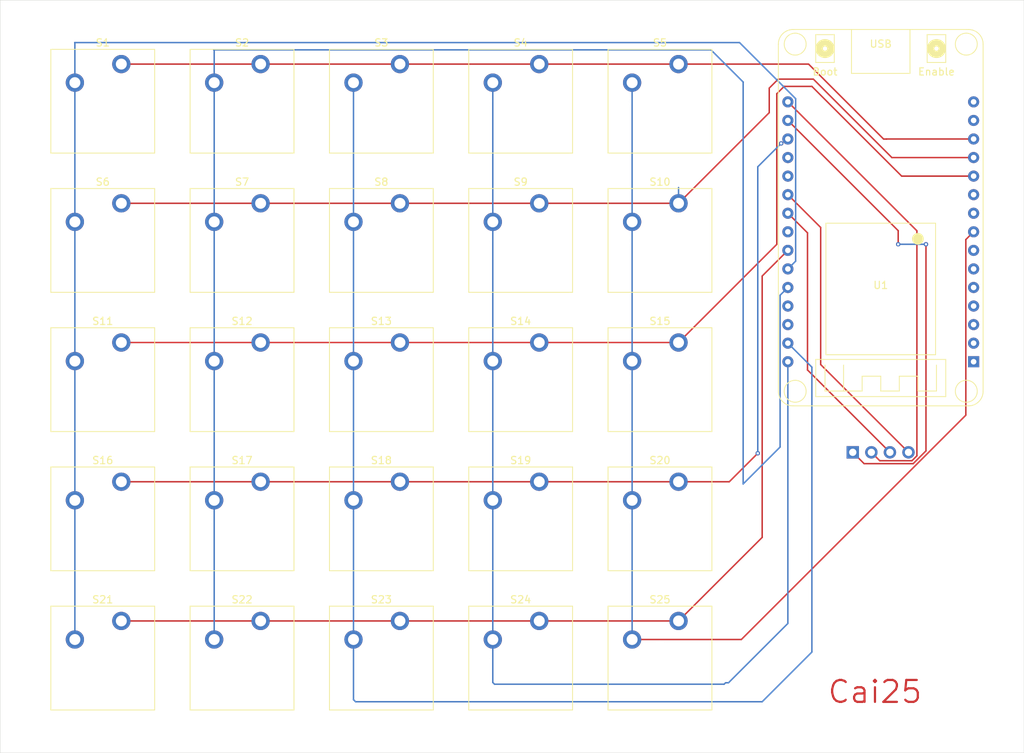
<source format=kicad_pcb>
(kicad_pcb (version 20240108) (generator "pcbnew") (generator_version "8.0")
  (layers (0 "F.Cu" signal) (31 "B.Cu" signal) (34 "B.Paste" user) (35 "F.Paste" user) (36 "B.SilkS" user "B.Silkscreen") (37 "F.SilkS" user "F.Silkscreen") (38 "B.Mask" user) (39 "F.Mask" user) (44 "Edge.Cuts" user))
  (net 0 "")
  (net 1 "Net-(J1-SDA)")
  (net 2 "Net-(J1-SCL)")
  (net 3 "Net-(J1-VCC)")
  (net 5 "Net-(J1-GND)")
  (net 10 "Row 3")
  (net 13 "Column 2")
  (net 15 "Row 4")
  (net 16 "Column 0")
  (net 17 "Row 0")
  (net 21 "Column 3")
  (net 27 "Column 1")
  (net 28 "Column 4")
  (net 29 "Row 2")
  (net 30 "Row 1")
  (footprint "ScottoKeebs_MX:MX_PCB_1.00u" (layer "F.Cu") (at 66.675 66.675)
    (property "Reference" "S7" (at 0 -8 0) (layer "F.SilkS"))
    (property "Value" "Keyswitch")
    (fp_line (start -7.1 -7.1) (end -7.1 7.1) (stroke (width 0.12)) (layer "F.SilkS"))
    (fp_line (start -7.1 7.1) (end 7.1 7.1) (stroke (width 0.12)) (layer "F.SilkS"))
    (fp_line (start 7.1 -7.1) (end -7.1 -7.1) (stroke (width 0.12)) (layer "F.SilkS"))
    (fp_line (start 7.1 7.1) (end 7.1 -7.1) (stroke (width 0.12)) (layer "F.SilkS"))
    (pad "" np_thru_hole circle (at -5.08 0) (size 1.75 1.75) (drill 1.75) (layers "*.Cu" "*.Mask"))
    (pad "" np_thru_hole circle (at 0 0) (size 4 4) (drill 4) (layers "*.Cu" "*.Mask"))
    (pad "" np_thru_hole circle (at 5.08 0) (size 1.75 1.75) (drill 1.75) (layers "*.Cu" "*.Mask"))
    (pad "1" thru_hole circle (at -3.81 -2.54) (size 2.5 2.5) (drill 1.5) (layers "*.Cu" "*.Mask") (net 27 "Column 1"))
    (pad "2" thru_hole circle (at 2.54 -5.08) (size 2.5 2.5) (drill 1.5) (layers "*.Cu" "*.Mask") (net 30 "Row 1"))
  )
  (footprint "ScottoKeebs_MX:MX_PCB_1.00u" (layer "F.Cu") (at 66.675 85.725)
    (property "Reference" "S12" (at 0 -8 0) (layer "F.SilkS"))
    (property "Value" "Keyswitch")
    (fp_line (start -7.1 -7.1) (end -7.1 7.1) (stroke (width 0.12)) (layer "F.SilkS"))
    (fp_line (start -7.1 7.1) (end 7.1 7.1) (stroke (width 0.12)) (layer "F.SilkS"))
    (fp_line (start 7.1 -7.1) (end -7.1 -7.1) (stroke (width 0.12)) (layer "F.SilkS"))
    (fp_line (start 7.1 7.1) (end 7.1 -7.1) (stroke (width 0.12)) (layer "F.SilkS"))
    (pad "" np_thru_hole circle (at -5.08 0) (size 1.75 1.75) (drill 1.75) (layers "*.Cu" "*.Mask"))
    (pad "" np_thru_hole circle (at 0 0) (size 4 4) (drill 4) (layers "*.Cu" "*.Mask"))
    (pad "" np_thru_hole circle (at 5.08 0) (size 1.75 1.75) (drill 1.75) (layers "*.Cu" "*.Mask"))
    (pad "1" thru_hole circle (at -3.81 -2.54) (size 2.5 2.5) (drill 1.5) (layers "*.Cu" "*.Mask") (net 27 "Column 1"))
    (pad "2" thru_hole circle (at 2.54 -5.08) (size 2.5 2.5) (drill 1.5) (layers "*.Cu" "*.Mask") (net 29 "Row 2"))
  )
  (footprint "ScottoKeebs_MX:MX_PCB_1.00u" (layer "F.Cu") (at 104.775 47.625)
    (property "Reference" "S4" (at 0 -8 0) (layer "F.SilkS"))
    (property "Value" "Keyswitch")
    (fp_line (start -7.1 -7.1) (end -7.1 7.1) (stroke (width 0.12)) (layer "F.SilkS"))
    (fp_line (start -7.1 7.1) (end 7.1 7.1) (stroke (width 0.12)) (layer "F.SilkS"))
    (fp_line (start 7.1 -7.1) (end -7.1 -7.1) (stroke (width 0.12)) (layer "F.SilkS"))
    (fp_line (start 7.1 7.1) (end 7.1 -7.1) (stroke (width 0.12)) (layer "F.SilkS"))
    (pad "" np_thru_hole circle (at -5.08 0) (size 1.75 1.75) (drill 1.75) (layers "*.Cu" "*.Mask"))
    (pad "" np_thru_hole circle (at 0 0) (size 4 4) (drill 4) (layers "*.Cu" "*.Mask"))
    (pad "" np_thru_hole circle (at 5.08 0) (size 1.75 1.75) (drill 1.75) (layers "*.Cu" "*.Mask"))
    (pad "1" thru_hole circle (at -3.81 -2.54) (size 2.5 2.5) (drill 1.5) (layers "*.Cu" "*.Mask") (net 21 "Column 3"))
    (pad "2" thru_hole circle (at 2.54 -5.08) (size 2.5 2.5) (drill 1.5) (layers "*.Cu" "*.Mask") (net 17 "Row 0"))
  )
  (footprint "ScottoKeebs_MX:MX_PCB_1.00u" (layer "F.Cu") (at 47.625 104.775)
    (property "Reference" "S16" (at 0 -8 0) (layer "F.SilkS"))
    (property "Value" "Keyswitch")
    (fp_line (start -7.1 -7.1) (end -7.1 7.1) (stroke (width 0.12)) (layer "F.SilkS"))
    (fp_line (start -7.1 7.1) (end 7.1 7.1) (stroke (width 0.12)) (layer "F.SilkS"))
    (fp_line (start 7.1 -7.1) (end -7.1 -7.1) (stroke (width 0.12)) (layer "F.SilkS"))
    (fp_line (start 7.1 7.1) (end 7.1 -7.1) (stroke (width 0.12)) (layer "F.SilkS"))
    (pad "" np_thru_hole circle (at -5.08 0) (size 1.75 1.75) (drill 1.75) (layers "*.Cu" "*.Mask"))
    (pad "" np_thru_hole circle (at 0 0) (size 4 4) (drill 4) (layers "*.Cu" "*.Mask"))
    (pad "" np_thru_hole circle (at 5.08 0) (size 1.75 1.75) (drill 1.75) (layers "*.Cu" "*.Mask"))
    (pad "1" thru_hole circle (at -3.81 -2.54) (size 2.5 2.5) (drill 1.5) (layers "*.Cu" "*.Mask") (net 16 "Column 0"))
    (pad "2" thru_hole circle (at 2.54 -5.08) (size 2.5 2.5) (drill 1.5) (layers "*.Cu" "*.Mask") (net 10 "Row 3"))
  )
  (footprint "ScottoKeebs_MX:MX_PCB_1.00u" (layer "F.Cu") (at 104.775 85.725)
    (property "Reference" "S14" (at 0 -8 0) (layer "F.SilkS"))
    (property "Value" "Keyswitch")
    (fp_line (start -7.1 -7.1) (end -7.1 7.1) (stroke (width 0.12)) (layer "F.SilkS"))
    (fp_line (start -7.1 7.1) (end 7.1 7.1) (stroke (width 0.12)) (layer "F.SilkS"))
    (fp_line (start 7.1 -7.1) (end -7.1 -7.1) (stroke (width 0.12)) (layer "F.SilkS"))
    (fp_line (start 7.1 7.1) (end 7.1 -7.1) (stroke (width 0.12)) (layer "F.SilkS"))
    (pad "" np_thru_hole circle (at -5.08 0) (size 1.75 1.75) (drill 1.75) (layers "*.Cu" "*.Mask"))
    (pad "" np_thru_hole circle (at 0 0) (size 4 4) (drill 4) (layers "*.Cu" "*.Mask"))
    (pad "" np_thru_hole circle (at 5.08 0) (size 1.75 1.75) (drill 1.75) (layers "*.Cu" "*.Mask"))
    (pad "1" thru_hole circle (at -3.81 -2.54) (size 2.5 2.5) (drill 1.5) (layers "*.Cu" "*.Mask") (net 21 "Column 3"))
    (pad "2" thru_hole circle (at 2.54 -5.08) (size 2.5 2.5) (drill 1.5) (layers "*.Cu" "*.Mask") (net 29 "Row 2"))
  )
  (footprint "ScottoKeebs_MX:MX_PCB_1.00u" (layer "F.Cu") (at 47.625 123.825)
    (property "Reference" "S21" (at 0 -8 0) (layer "F.SilkS"))
    (property "Value" "Keyswitch")
    (fp_line (start -7.1 -7.1) (end -7.1 7.1) (stroke (width 0.12)) (layer "F.SilkS"))
    (fp_line (start -7.1 7.1) (end 7.1 7.1) (stroke (width 0.12)) (layer "F.SilkS"))
    (fp_line (start 7.1 -7.1) (end -7.1 -7.1) (stroke (width 0.12)) (layer "F.SilkS"))
    (fp_line (start 7.1 7.1) (end 7.1 -7.1) (stroke (width 0.12)) (layer "F.SilkS"))
    (pad "" np_thru_hole circle (at -5.08 0) (size 1.75 1.75) (drill 1.75) (layers "*.Cu" "*.Mask"))
    (pad "" np_thru_hole circle (at 0 0) (size 4 4) (drill 4) (layers "*.Cu" "*.Mask"))
    (pad "" np_thru_hole circle (at 5.08 0) (size 1.75 1.75) (drill 1.75) (layers "*.Cu" "*.Mask"))
    (pad "1" thru_hole circle (at -3.81 -2.54) (size 2.5 2.5) (drill 1.5) (layers "*.Cu" "*.Mask") (net 16 "Column 0"))
    (pad "2" thru_hole circle (at 2.54 -5.08) (size 2.5 2.5) (drill 1.5) (layers "*.Cu" "*.Mask") (net 15 "Row 4"))
  )
  (footprint "ScottoKeebs_MX:MX_PCB_1.00u" (layer "F.Cu") (at 123.825 47.625)
    (property "Reference" "S5" (at 0 -8 0) (layer "F.SilkS"))
    (property "Value" "Keyswitch")
    (fp_line (start -7.1 -7.1) (end -7.1 7.1) (stroke (width 0.12)) (layer "F.SilkS"))
    (fp_line (start -7.1 7.1) (end 7.1 7.1) (stroke (width 0.12)) (layer "F.SilkS"))
    (fp_line (start 7.1 -7.1) (end -7.1 -7.1) (stroke (width 0.12)) (layer "F.SilkS"))
    (fp_line (start 7.1 7.1) (end 7.1 -7.1) (stroke (width 0.12)) (layer "F.SilkS"))
    (pad "" np_thru_hole circle (at -5.08 0) (size 1.75 1.75) (drill 1.75) (layers "*.Cu" "*.Mask"))
    (pad "" np_thru_hole circle (at 0 0) (size 4 4) (drill 4) (layers "*.Cu" "*.Mask"))
    (pad "" np_thru_hole circle (at 5.08 0) (size 1.75 1.75) (drill 1.75) (layers "*.Cu" "*.Mask"))
    (pad "1" thru_hole circle (at -3.81 -2.54) (size 2.5 2.5) (drill 1.5) (layers "*.Cu" "*.Mask") (net 28 "Column 4"))
    (pad "2" thru_hole circle (at 2.54 -5.08) (size 2.5 2.5) (drill 1.5) (layers "*.Cu" "*.Mask") (net 17 "Row 0"))
  )
  (footprint "ScottoKeebs_MX:MX_PCB_1.00u" (layer "F.Cu") (at 85.725 47.625)
    (property "Reference" "S3" (at 0 -8 0) (layer "F.SilkS"))
    (property "Value" "Keyswitch")
    (fp_line (start -7.1 -7.1) (end -7.1 7.1) (stroke (width 0.12)) (layer "F.SilkS"))
    (fp_line (start -7.1 7.1) (end 7.1 7.1) (stroke (width 0.12)) (layer "F.SilkS"))
    (fp_line (start 7.1 -7.1) (end -7.1 -7.1) (stroke (width 0.12)) (layer "F.SilkS"))
    (fp_line (start 7.1 7.1) (end 7.1 -7.1) (stroke (width 0.12)) (layer "F.SilkS"))
    (pad "" np_thru_hole circle (at -5.08 0) (size 1.75 1.75) (drill 1.75) (layers "*.Cu" "*.Mask"))
    (pad "" np_thru_hole circle (at 0 0) (size 4 4) (drill 4) (layers "*.Cu" "*.Mask"))
    (pad "" np_thru_hole circle (at 5.08 0) (size 1.75 1.75) (drill 1.75) (layers "*.Cu" "*.Mask"))
    (pad "1" thru_hole circle (at -3.81 -2.54) (size 2.5 2.5) (drill 1.5) (layers "*.Cu" "*.Mask") (net 13 "Column 2"))
    (pad "2" thru_hole circle (at 2.54 -5.08) (size 2.5 2.5) (drill 1.5) (layers "*.Cu" "*.Mask") (net 17 "Row 0"))
  )
  (footprint "ScottoKeebs_MX:MX_PCB_1.00u" (layer "F.Cu") (at 47.625 47.625)
    (property "Reference" "S1" (at 0 -8 0) (layer "F.SilkS"))
    (property "Value" "Keyswitch")
    (fp_line (start -7.1 -7.1) (end -7.1 7.1) (stroke (width 0.12)) (layer "F.SilkS"))
    (fp_line (start -7.1 7.1) (end 7.1 7.1) (stroke (width 0.12)) (layer "F.SilkS"))
    (fp_line (start 7.1 -7.1) (end -7.1 -7.1) (stroke (width 0.12)) (layer "F.SilkS"))
    (fp_line (start 7.1 7.1) (end 7.1 -7.1) (stroke (width 0.12)) (layer "F.SilkS"))
    (pad "" np_thru_hole circle (at -5.08 0) (size 1.75 1.75) (drill 1.75) (layers "*.Cu" "*.Mask"))
    (pad "" np_thru_hole circle (at 0 0) (size 4 4) (drill 4) (layers "*.Cu" "*.Mask"))
    (pad "" np_thru_hole circle (at 5.08 0) (size 1.75 1.75) (drill 1.75) (layers "*.Cu" "*.Mask"))
    (pad "1" thru_hole circle (at -3.81 -2.54) (size 2.5 2.5) (drill 1.5) (layers "*.Cu" "*.Mask") (net 16 "Column 0"))
    (pad "2" thru_hole circle (at 2.54 -5.08) (size 2.5 2.5) (drill 1.5) (layers "*.Cu" "*.Mask") (net 17 "Row 0"))
  )
  (footprint "ScottoKeebs_MX:MX_PCB_1.00u" (layer "F.Cu") (at 85.725 85.725)
    (property "Reference" "S13" (at 0 -8 0) (layer "F.SilkS"))
    (property "Value" "Keyswitch")
    (fp_line (start -7.1 -7.1) (end -7.1 7.1) (stroke (width 0.12)) (layer "F.SilkS"))
    (fp_line (start -7.1 7.1) (end 7.1 7.1) (stroke (width 0.12)) (layer "F.SilkS"))
    (fp_line (start 7.1 -7.1) (end -7.1 -7.1) (stroke (width 0.12)) (layer "F.SilkS"))
    (fp_line (start 7.1 7.1) (end 7.1 -7.1) (stroke (width 0.12)) (layer "F.SilkS"))
    (pad "" np_thru_hole circle (at -5.08 0) (size 1.75 1.75) (drill 1.75) (layers "*.Cu" "*.Mask"))
    (pad "" np_thru_hole circle (at 0 0) (size 4 4) (drill 4) (layers "*.Cu" "*.Mask"))
    (pad "" np_thru_hole circle (at 5.08 0) (size 1.75 1.75) (drill 1.75) (layers "*.Cu" "*.Mask"))
    (pad "1" thru_hole circle (at -3.81 -2.54) (size 2.5 2.5) (drill 1.5) (layers "*.Cu" "*.Mask") (net 13 "Column 2"))
    (pad "2" thru_hole circle (at 2.54 -5.08) (size 2.5 2.5) (drill 1.5) (layers "*.Cu" "*.Mask") (net 29 "Row 2"))
  )
  (footprint "ScottoKeebs_MX:MX_PCB_1.00u" (layer "F.Cu") (at 47.625 85.725)
    (property "Reference" "S11" (at 0 -8 0) (layer "F.SilkS"))
    (property "Value" "Keyswitch")
    (fp_line (start -7.1 -7.1) (end -7.1 7.1) (stroke (width 0.12)) (layer "F.SilkS"))
    (fp_line (start -7.1 7.1) (end 7.1 7.1) (stroke (width 0.12)) (layer "F.SilkS"))
    (fp_line (start 7.1 -7.1) (end -7.1 -7.1) (stroke (width 0.12)) (layer "F.SilkS"))
    (fp_line (start 7.1 7.1) (end 7.1 -7.1) (stroke (width 0.12)) (layer "F.SilkS"))
    (pad "" np_thru_hole circle (at -5.08 0) (size 1.75 1.75) (drill 1.75) (layers "*.Cu" "*.Mask"))
    (pad "" np_thru_hole circle (at 0 0) (size 4 4) (drill 4) (layers "*.Cu" "*.Mask"))
    (pad "" np_thru_hole circle (at 5.08 0) (size 1.75 1.75) (drill 1.75) (layers "*.Cu" "*.Mask"))
    (pad "1" thru_hole circle (at -3.81 -2.54) (size 2.5 2.5) (drill 1.5) (layers "*.Cu" "*.Mask") (net 16 "Column 0"))
    (pad "2" thru_hole circle (at 2.54 -5.08) (size 2.5 2.5) (drill 1.5) (layers "*.Cu" "*.Mask") (net 29 "Row 2"))
  )
  (footprint "ScottoKeebs_MX:MX_PCB_1.00u" (layer "F.Cu") (at 66.675 123.825)
    (property "Reference" "S22" (at 0 -8 0) (layer "F.SilkS"))
    (property "Value" "Keyswitch")
    (fp_line (start -7.1 -7.1) (end -7.1 7.1) (stroke (width 0.12)) (layer "F.SilkS"))
    (fp_line (start -7.1 7.1) (end 7.1 7.1) (stroke (width 0.12)) (layer "F.SilkS"))
    (fp_line (start 7.1 -7.1) (end -7.1 -7.1) (stroke (width 0.12)) (layer "F.SilkS"))
    (fp_line (start 7.1 7.1) (end 7.1 -7.1) (stroke (width 0.12)) (layer "F.SilkS"))
    (pad "" np_thru_hole circle (at -5.08 0) (size 1.75 1.75) (drill 1.75) (layers "*.Cu" "*.Mask"))
    (pad "" np_thru_hole circle (at 0 0) (size 4 4) (drill 4) (layers "*.Cu" "*.Mask"))
    (pad "" np_thru_hole circle (at 5.08 0) (size 1.75 1.75) (drill 1.75) (layers "*.Cu" "*.Mask"))
    (pad "1" thru_hole circle (at -3.81 -2.54) (size 2.5 2.5) (drill 1.5) (layers "*.Cu" "*.Mask") (net 27 "Column 1"))
    (pad "2" thru_hole circle (at 2.54 -5.08) (size 2.5 2.5) (drill 1.5) (layers "*.Cu" "*.Mask") (net 15 "Row 4"))
  )
  (footprint "ScottoKeebs_MX:MX_PCB_1.00u" (layer "F.Cu") (at 66.675 104.775)
    (property "Reference" "S17" (at 0 -8 0) (layer "F.SilkS"))
    (property "Value" "Keyswitch")
    (fp_line (start -7.1 -7.1) (end -7.1 7.1) (stroke (width 0.12)) (layer "F.SilkS"))
    (fp_line (start -7.1 7.1) (end 7.1 7.1) (stroke (width 0.12)) (layer "F.SilkS"))
    (fp_line (start 7.1 -7.1) (end -7.1 -7.1) (stroke (width 0.12)) (layer "F.SilkS"))
    (fp_line (start 7.1 7.1) (end 7.1 -7.1) (stroke (width 0.12)) (layer "F.SilkS"))
    (pad "" np_thru_hole circle (at -5.08 0) (size 1.75 1.75) (drill 1.75) (layers "*.Cu" "*.Mask"))
    (pad "" np_thru_hole circle (at 0 0) (size 4 4) (drill 4) (layers "*.Cu" "*.Mask"))
    (pad "" np_thru_hole circle (at 5.08 0) (size 1.75 1.75) (drill 1.75) (layers "*.Cu" "*.Mask"))
    (pad "1" thru_hole circle (at -3.81 -2.54) (size 2.5 2.5) (drill 1.5) (layers "*.Cu" "*.Mask") (net 27 "Column 1"))
    (pad "2" thru_hole circle (at 2.54 -5.08) (size 2.5 2.5) (drill 1.5) (layers "*.Cu" "*.Mask") (net 10 "Row 3"))
  )
  (footprint "ScottoKeebs_MX:MX_PCB_1.00u" (layer "F.Cu") (at 66.675 47.625)
    (property "Reference" "S2" (at 0 -8 0) (layer "F.SilkS"))
    (property "Value" "Keyswitch")
    (fp_line (start -7.1 -7.1) (end -7.1 7.1) (stroke (width 0.12)) (layer "F.SilkS"))
    (fp_line (start -7.1 7.1) (end 7.1 7.1) (stroke (width 0.12)) (layer "F.SilkS"))
    (fp_line (start 7.1 -7.1) (end -7.1 -7.1) (stroke (width 0.12)) (layer "F.SilkS"))
    (fp_line (start 7.1 7.1) (end 7.1 -7.1) (stroke (width 0.12)) (layer "F.SilkS"))
    (pad "" np_thru_hole circle (at -5.08 0) (size 1.75 1.75) (drill 1.75) (layers "*.Cu" "*.Mask"))
    (pad "" np_thru_hole circle (at 0 0) (size 4 4) (drill 4) (layers "*.Cu" "*.Mask"))
    (pad "" np_thru_hole circle (at 5.08 0) (size 1.75 1.75) (drill 1.75) (layers "*.Cu" "*.Mask"))
    (pad "1" thru_hole circle (at -3.81 -2.54) (size 2.5 2.5) (drill 1.5) (layers "*.Cu" "*.Mask") (net 27 "Column 1"))
    (pad "2" thru_hole circle (at 2.54 -5.08) (size 2.5 2.5) (drill 1.5) (layers "*.Cu" "*.Mask") (net 17 "Row 0"))
  )
  (footprint "ScottoKeebs_MX:MX_PCB_1.00u" (layer "F.Cu") (at 104.775 123.825)
    (property "Reference" "S24" (at 0 -8 0) (layer "F.SilkS"))
    (property "Value" "Keyswitch")
    (fp_line (start -7.1 -7.1) (end -7.1 7.1) (stroke (width 0.12)) (layer "F.SilkS"))
    (fp_line (start -7.1 7.1) (end 7.1 7.1) (stroke (width 0.12)) (layer "F.SilkS"))
    (fp_line (start 7.1 -7.1) (end -7.1 -7.1) (stroke (width 0.12)) (layer "F.SilkS"))
    (fp_line (start 7.1 7.1) (end 7.1 -7.1) (stroke (width 0.12)) (layer "F.SilkS"))
    (pad "" np_thru_hole circle (at -5.08 0) (size 1.75 1.75) (drill 1.75) (layers "*.Cu" "*.Mask"))
    (pad "" np_thru_hole circle (at 0 0) (size 4 4) (drill 4) (layers "*.Cu" "*.Mask"))
    (pad "" np_thru_hole circle (at 5.08 0) (size 1.75 1.75) (drill 1.75) (layers "*.Cu" "*.Mask"))
    (pad "1" thru_hole circle (at -3.81 -2.54) (size 2.5 2.5) (drill 1.5) (layers "*.Cu" "*.Mask") (net 21 "Column 3"))
    (pad "2" thru_hole circle (at 2.54 -5.08) (size 2.5 2.5) (drill 1.5) (layers "*.Cu" "*.Mask") (net 15 "Row 4"))
  )
  (footprint "ScottoKeebs_MX:MX_PCB_1.00u" (layer "F.Cu") (at 104.775 66.675)
    (property "Reference" "S9" (at 0 -8 0) (layer "F.SilkS"))
    (property "Value" "Keyswitch")
    (fp_line (start -7.1 -7.1) (end -7.1 7.1) (stroke (width 0.12)) (layer "F.SilkS"))
    (fp_line (start -7.1 7.1) (end 7.1 7.1) (stroke (width 0.12)) (layer "F.SilkS"))
    (fp_line (start 7.1 -7.1) (end -7.1 -7.1) (stroke (width 0.12)) (layer "F.SilkS"))
    (fp_line (start 7.1 7.1) (end 7.1 -7.1) (stroke (width 0.12)) (layer "F.SilkS"))
    (pad "" np_thru_hole circle (at -5.08 0) (size 1.75 1.75) (drill 1.75) (layers "*.Cu" "*.Mask"))
    (pad "" np_thru_hole circle (at 0 0) (size 4 4) (drill 4) (layers "*.Cu" "*.Mask"))
    (pad "" np_thru_hole circle (at 5.08 0) (size 1.75 1.75) (drill 1.75) (layers "*.Cu" "*.Mask"))
    (pad "1" thru_hole circle (at -3.81 -2.54) (size 2.5 2.5) (drill 1.5) (layers "*.Cu" "*.Mask") (net 21 "Column 3"))
    (pad "2" thru_hole circle (at 2.54 -5.08) (size 2.5 2.5) (drill 1.5) (layers "*.Cu" "*.Mask") (net 30 "Row 1"))
  )
  (footprint "ScottoKeebs_MX:MX_PCB_1.00u" (layer "F.Cu") (at 123.825 104.775)
    (property "Reference" "S20" (at 0 -8 0) (layer "F.SilkS"))
    (property "Value" "Keyswitch")
    (fp_line (start -7.1 -7.1) (end -7.1 7.1) (stroke (width 0.12)) (layer "F.SilkS"))
    (fp_line (start -7.1 7.1) (end 7.1 7.1) (stroke (width 0.12)) (layer "F.SilkS"))
    (fp_line (start 7.1 -7.1) (end -7.1 -7.1) (stroke (width 0.12)) (layer "F.SilkS"))
    (fp_line (start 7.1 7.1) (end 7.1 -7.1) (stroke (width 0.12)) (layer "F.SilkS"))
    (pad "" np_thru_hole circle (at -5.08 0) (size 1.75 1.75) (drill 1.75) (layers "*.Cu" "*.Mask"))
    (pad "" np_thru_hole circle (at 0 0) (size 4 4) (drill 4) (layers "*.Cu" "*.Mask"))
    (pad "" np_thru_hole circle (at 5.08 0) (size 1.75 1.75) (drill 1.75) (layers "*.Cu" "*.Mask"))
    (pad "1" thru_hole circle (at -3.81 -2.54) (size 2.5 2.5) (drill 1.5) (layers "*.Cu" "*.Mask") (net 28 "Column 4"))
    (pad "2" thru_hole circle (at 2.54 -5.08) (size 2.5 2.5) (drill 1.5) (layers "*.Cu" "*.Mask") (net 10 "Row 3"))
  )
  (footprint "ScottoKeebs_MX:MX_PCB_1.00u" (layer "F.Cu") (at 85.725 104.775)
    (property "Reference" "S18" (at 0 -8 0) (layer "F.SilkS"))
    (property "Value" "Keyswitch")
    (fp_line (start -7.1 -7.1) (end -7.1 7.1) (stroke (width 0.12)) (layer "F.SilkS"))
    (fp_line (start -7.1 7.1) (end 7.1 7.1) (stroke (width 0.12)) (layer "F.SilkS"))
    (fp_line (start 7.1 -7.1) (end -7.1 -7.1) (stroke (width 0.12)) (layer "F.SilkS"))
    (fp_line (start 7.1 7.1) (end 7.1 -7.1) (stroke (width 0.12)) (layer "F.SilkS"))
    (pad "" np_thru_hole circle (at -5.08 0) (size 1.75 1.75) (drill 1.75) (layers "*.Cu" "*.Mask"))
    (pad "" np_thru_hole circle (at 0 0) (size 4 4) (drill 4) (layers "*.Cu" "*.Mask"))
    (pad "" np_thru_hole circle (at 5.08 0) (size 1.75 1.75) (drill 1.75) (layers "*.Cu" "*.Mask"))
    (pad "1" thru_hole circle (at -3.81 -2.54) (size 2.5 2.5) (drill 1.5) (layers "*.Cu" "*.Mask") (net 13 "Column 2"))
    (pad "2" thru_hole circle (at 2.54 -5.08) (size 2.5 2.5) (drill 1.5) (layers "*.Cu" "*.Mask") (net 10 "Row 3"))
  )
  (footprint "ScottoKeebs_MX:MX_PCB_1.00u" (layer "F.Cu") (at 123.825 123.825)
    (property "Reference" "S25" (at 0 -8 0) (layer "F.SilkS"))
    (property "Value" "Keyswitch")
    (fp_line (start -7.1 -7.1) (end -7.1 7.1) (stroke (width 0.12)) (layer "F.SilkS"))
    (fp_line (start -7.1 7.1) (end 7.1 7.1) (stroke (width 0.12)) (layer "F.SilkS"))
    (fp_line (start 7.1 -7.1) (end -7.1 -7.1) (stroke (width 0.12)) (layer "F.SilkS"))
    (fp_line (start 7.1 7.1) (end 7.1 -7.1) (stroke (width 0.12)) (layer "F.SilkS"))
    (pad "" np_thru_hole circle (at -5.08 0) (size 1.75 1.75) (drill 1.75) (layers "*.Cu" "*.Mask"))
    (pad "" np_thru_hole circle (at 0 0) (size 4 4) (drill 4) (layers "*.Cu" "*.Mask"))
    (pad "" np_thru_hole circle (at 5.08 0) (size 1.75 1.75) (drill 1.75) (layers "*.Cu" "*.Mask"))
    (pad "1" thru_hole circle (at -3.81 -2.54) (size 2.5 2.5) (drill 1.5) (layers "*.Cu" "*.Mask") (net 28 "Column 4"))
    (pad "2" thru_hole circle (at 2.54 -5.08) (size 2.5 2.5) (drill 1.5) (layers "*.Cu" "*.Mask") (net 15 "Row 4"))
  )
  (footprint "ScottoKeebs_MX:MX_PCB_1.00u" (layer "F.Cu") (at 85.725 66.675)
    (property "Reference" "S8" (at 0 -8 0) (layer "F.SilkS"))
    (property "Value" "Keyswitch")
    (fp_line (start -7.1 -7.1) (end -7.1 7.1) (stroke (width 0.12)) (layer "F.SilkS"))
    (fp_line (start -7.1 7.1) (end 7.1 7.1) (stroke (width 0.12)) (layer "F.SilkS"))
    (fp_line (start 7.1 -7.1) (end -7.1 -7.1) (stroke (width 0.12)) (layer "F.SilkS"))
    (fp_line (start 7.1 7.1) (end 7.1 -7.1) (stroke (width 0.12)) (layer "F.SilkS"))
    (pad "" np_thru_hole circle (at -5.08 0) (size 1.75 1.75) (drill 1.75) (layers "*.Cu" "*.Mask"))
    (pad "" np_thru_hole circle (at 0 0) (size 4 4) (drill 4) (layers "*.Cu" "*.Mask"))
    (pad "" np_thru_hole circle (at 5.08 0) (size 1.75 1.75) (drill 1.75) (layers "*.Cu" "*.Mask"))
    (pad "1" thru_hole circle (at -3.81 -2.54) (size 2.5 2.5) (drill 1.5) (layers "*.Cu" "*.Mask") (net 13 "Column 2"))
    (pad "2" thru_hole circle (at 2.54 -5.08) (size 2.5 2.5) (drill 1.5) (layers "*.Cu" "*.Mask") (net 30 "Row 1"))
  )
  (footprint "ScottoKeebs_MX:MX_PCB_1.00u" (layer "F.Cu") (at 85.725 123.825)
    (property "Reference" "S23" (at 0 -8 0) (layer "F.SilkS"))
    (property "Value" "Keyswitch")
    (fp_line (start -7.1 -7.1) (end -7.1 7.1) (stroke (width 0.12)) (layer "F.SilkS"))
    (fp_line (start -7.1 7.1) (end 7.1 7.1) (stroke (width 0.12)) (layer "F.SilkS"))
    (fp_line (start 7.1 -7.1) (end -7.1 -7.1) (stroke (width 0.12)) (layer "F.SilkS"))
    (fp_line (start 7.1 7.1) (end 7.1 -7.1) (stroke (width 0.12)) (layer "F.SilkS"))
    (pad "" np_thru_hole circle (at -5.08 0) (size 1.75 1.75) (drill 1.75) (layers "*.Cu" "*.Mask"))
    (pad "" np_thru_hole circle (at 0 0) (size 4 4) (drill 4) (layers "*.Cu" "*.Mask"))
    (pad "" np_thru_hole circle (at 5.08 0) (size 1.75 1.75) (drill 1.75) (layers "*.Cu" "*.Mask"))
    (pad "1" thru_hole circle (at -3.81 -2.54) (size 2.5 2.5) (drill 1.5) (layers "*.Cu" "*.Mask") (net 13 "Column 2"))
    (pad "2" thru_hole circle (at 2.54 -5.08) (size 2.5 2.5) (drill 1.5) (layers "*.Cu" "*.Mask") (net 15 "Row 4"))
  )
  (footprint "ESP32_DevKit_V1_DOIT:esp32_devkit_v1_doit" (layer "F.Cu") (at 154.014214 83.274214 180)
    (property "Reference" "U1" (at 0 10.47 0) (layer "F.SilkS"))
    (property "Value" "ESP32_DevKit_V1_DOIT")
    (fp_line (start 14 43.46) (end 14 -4.04) (stroke (width 0.12)) (layer "F.SilkS"))
    (fp_line (start 8.89 44.76) (end 6.35 44.76) (stroke (width 0.12)) (layer "F.SilkS"))
    (fp_line (start 8.89 40.95) (end 8.89 44.76) (stroke (width 0.12)) (layer "F.SilkS"))
    (fp_line (start 8.89 0.31) (end -8.89 0.31) (stroke (width 0.12)) (layer "F.SilkS"))
    (fp_line (start 8.89 -4.77) (end 8.89 0.31) (stroke (width 0.12)) (layer "F.SilkS"))
    (fp_line (start 7.62 -4.008) (end 7.62 -0.452) (stroke (width 0.12)) (layer "F.SilkS"))
    (fp_line (start 7.5 18.96) (end -7.5 18.96) (stroke (width 0.12)) (layer "F.SilkS"))
    (fp_line (start 7.5 0.96) (end 7.5 18.96) (stroke (width 0.12)) (layer "F.SilkS"))
    (fp_line (start 6.35 44.76) (end 6.35 40.95) (stroke (width 0.12)) (layer "F.SilkS"))
    (fp_line (start 6.35 40.95) (end 8.89 40.95) (stroke (width 0.12)) (layer "F.SilkS"))
    (fp_line (start 5.08 -4.008) (end 5.08 -0.452) (stroke (width 0.12)) (layer "F.SilkS"))
    (fp_line (start 4 39.46) (end 4 45.46) (stroke (width 0.12)) (layer "F.SilkS"))
    (fp_line (start 2.54 -1.976) (end 2.54 -4.008) (stroke (width 0.12)) (layer "F.SilkS"))
    (fp_line (start 2.54 -4.008) (end 7.62 -4.008) (stroke (width 0.12)) (layer "F.SilkS"))
    (fp_line (start 0 -1.976) (end 2.54 -1.976) (stroke (width 0.12)) (layer "F.SilkS"))
    (fp_line (start 0 -4.008) (end 0 -1.976) (stroke (width 0.12)) (layer "F.SilkS"))
    (fp_line (start -2.54 -1.976) (end -2.54 -4.008) (stroke (width 0.12)) (layer "F.SilkS"))
    (fp_line (start -2.54 -4.008) (end 0 -4.008) (stroke (width 0.12)) (layer "F.SilkS"))
    (fp_line (start -4 39.46) (end 4 39.46) (stroke (width 0.12)) (layer "F.SilkS"))
    (fp_line (start -4 39.46) (end -4 45.46) (stroke (width 0.12)) (layer "F.SilkS"))
    (fp_line (start -5.08 -1.976) (end -2.54 -1.976) (stroke (width 0.12)) (layer "F.SilkS"))
    (fp_line (start -5.08 -4.008) (end -5.08 -1.976) (stroke (width 0.12)) (layer "F.SilkS"))
    (fp_line (start -6.35 44.76) (end -8.89 44.76) (stroke (width 0.12)) (layer "F.SilkS"))
    (fp_line (start -6.35 40.95) (end -6.35 44.76) (stroke (width 0.12)) (layer "F.SilkS"))
    (fp_line (start -7.5 18.96) (end -7.5 0.96) (stroke (width 0.12)) (layer "F.SilkS"))
    (fp_line (start -7.5 0.96) (end 7.5 0.96) (stroke (width 0.12)) (layer "F.SilkS"))
    (fp_line (start -7.62 -0.452) (end -7.62 -4.008) (stroke (width 0.12)) (layer "F.SilkS"))
    (fp_line (start -7.62 -4.008) (end -5.08 -4.008) (stroke (width 0.12)) (layer "F.SilkS"))
    (fp_line (start -8.89 44.76) (end -8.89 40.95) (stroke (width 0.12)) (layer "F.SilkS"))
    (fp_line (start -8.89 40.95) (end -6.35 40.95) (stroke (width 0.12)) (layer "F.SilkS"))
    (fp_line (start -8.89 0.31) (end -8.89 -4.77) (stroke (width 0.12)) (layer "F.SilkS"))
    (fp_line (start -8.89 -4.77) (end 8.89 -4.77) (stroke (width 0.12)) (layer "F.SilkS"))
    (fp_line (start -12 45.46) (end 12 45.46) (stroke (width 0.12)) (layer "F.SilkS"))
    (fp_line (start -12 -6.04) (end 12 -6.04) (stroke (width 0.12)) (layer "F.SilkS"))
    (fp_line (start -14 -4.04) (end -14 43.46) (stroke (width 0.12)) (layer "F.SilkS"))
    (fp_arc (start 14 43.46) (mid 13.414214 44.874214) (end 12 45.46) (stroke (width 0.12)) (layer "F.SilkS"))
    (fp_arc (start 12 -6.04) (mid 13.414214 -5.454214) (end 14 -4.04) (stroke (width 0.12)) (layer "F.SilkS"))
    (fp_arc (start -12 45.46) (mid -13.414214 44.874214) (end -14 43.46) (stroke (width 0.12)) (layer "F.SilkS"))
    (fp_arc (start -14 -4.04) (mid -13.414214 -5.454214) (end -12 -6.04) (stroke (width 0.12)) (layer "F.SilkS"))
    (fp_circle (center 11.7 43.46) (end 13.2 43.46) (stroke (width 0.12)) (fill none) (layer "F.SilkS"))
    (fp_circle (center 11.7 -4.04) (end 13.2 -4.04) (stroke (width 0.12)) (fill none) (layer "F.SilkS"))
    (fp_circle (center 7.62 42.855) (end 7.92 42.855) (stroke (width 1)) (fill none) (layer "F.SilkS"))
    (fp_circle (center -5.08 16.82) (end -4.68 16.82) (stroke (width 0.8)) (fill none) (layer "F.SilkS"))
    (fp_circle (center -7.62 42.855) (end -7.32 42.855) (stroke (width 1)) (fill none) (layer "F.SilkS"))
    (fp_circle (center -11.7 43.46) (end -10.2 43.46) (stroke (width 0.12)) (fill none) (layer "F.SilkS"))
    (fp_circle (center -11.7 -4.04) (end -10.2 -4.04) (stroke (width 0.12)) (fill none) (layer "F.SilkS"))
    (fp_text user "Enable" (at -7.62 39.68 0) (layer "F.SilkS"))
    (fp_text user "Boot" (at 7.62 39.68 0) (layer "F.SilkS"))
    (fp_text user "USB" (at 0 43.49 0) (layer "F.SilkS"))
    (pad "1" thru_hole rect (at -12.7 0 180) (size 1.524 1.524) (drill 0.762) (layers "*.Cu" "*.Mask"))
    (pad "2" thru_hole circle (at -12.7 2.54 180) (size 1.524 1.524) (drill 0.762) (layers "*.Cu" "*.Mask"))
    (pad "3" thru_hole circle (at -12.7 5.08 180) (size 1.524 1.524) (drill 0.762) (layers "*.Cu" "*.Mask"))
    (pad "4" thru_hole circle (at -12.7 7.62 180) (size 1.524 1.524) (drill 0.762) (layers "*.Cu" "*.Mask"))
    (pad "5" thru_hole circle (at -12.7 10.16 180) (size 1.524 1.524) (drill 0.762) (layers "*.Cu" "*.Mask"))
    (pad "6" thru_hole circle (at -12.7 12.7 180) (size 1.524 1.524) (drill 0.762) (layers "*.Cu" "*.Mask"))
    (pad "7" thru_hole circle (at -12.7 15.24 180) (size 1.524 1.524) (drill 0.762) (layers "*.Cu" "*.Mask"))
    (pad "8" thru_hole circle (at -12.7 17.78 180) (size 1.524 1.524) (drill 0.762) (layers "*.Cu" "*.Mask") (net 28 "Column 4"))
    (pad "9" thru_hole circle (at -12.7 20.32 180) (size 1.524 1.524) (drill 0.762) (layers "*.Cu" "*.Mask"))
    (pad "10" thru_hole circle (at -12.7 22.86 180) (size 1.524 1.524) (drill 0.762) (layers "*.Cu" "*.Mask"))
    (pad "11" thru_hole circle (at -12.7 25.4 180) (size 1.524 1.524) (drill 0.762) (layers "*.Cu" "*.Mask") (net 29 "Row 2"))
    (pad "12" thru_hole circle (at -12.7 27.94 180) (size 1.524 1.524) (drill 0.762) (layers "*.Cu" "*.Mask") (net 30 "Row 1"))
    (pad "13" thru_hole circle (at -12.7 30.48 180) (size 1.524 1.524) (drill 0.762) (layers "*.Cu" "*.Mask") (net 17 "Row 0"))
    (pad "14" thru_hole circle (at -12.7 33.02 180) (size 1.524 1.524) (drill 0.762) (layers "*.Cu" "*.Mask"))
    (pad "15" thru_hole circle (at -12.7 35.56 180) (size 1.524 1.524) (drill 0.762) (layers "*.Cu" "*.Mask"))
    (pad "16" thru_hole circle (at 12.7 35.56 180) (size 1.524 1.524) (drill 0.762) (layers "*.Cu" "*.Mask") (net 3 "Net-(J1-VCC)"))
    (pad "17" thru_hole circle (at 12.7 33.02 180) (size 1.524 1.524) (drill 0.762) (layers "*.Cu" "*.Mask") (net 5 "Net-(J1-GND)"))
    (pad "18" thru_hole circle (at 12.7 30.48 180) (size 1.524 1.524) (drill 0.762) (layers "*.Cu" "*.Mask") (net 10 "Row 3"))
    (pad "19" thru_hole circle (at 12.7 27.94 180) (size 1.524 1.524) (drill 0.762) (layers "*.Cu" "*.Mask"))
    (pad "20" thru_hole circle (at 12.7 25.4 180) (size 1.524 1.524) (drill 0.762) (layers "*.Cu" "*.Mask"))
    (pad "21" thru_hole circle (at 12.7 22.86 180) (size 1.524 1.524) (drill 0.762) (layers "*.Cu" "*.Mask") (net 1 "Net-(J1-SDA)"))
    (pad "22" thru_hole circle (at 12.7 20.32 180) (size 1.524 1.524) (drill 0.762) (layers "*.Cu" "*.Mask") (net 2 "Net-(J1-SCL)"))
    (pad "23" thru_hole circle (at 12.7 17.78 180) (size 1.524 1.524) (drill 0.762) (layers "*.Cu" "*.Mask"))
    (pad "24" thru_hole circle (at 12.7 15.24 180) (size 1.524 1.524) (drill 0.762) (layers "*.Cu" "*.Mask") (net 15 "Row 4"))
    (pad "25" thru_hole circle (at 12.7 12.7 180) (size 1.524 1.524) (drill 0.762) (layers "*.Cu" "*.Mask") (net 16 "Column 0"))
    (pad "26" thru_hole circle (at 12.7 10.16 180) (size 1.524 1.524) (drill 0.762) (layers "*.Cu" "*.Mask") (net 27 "Column 1"))
    (pad "27" thru_hole circle (at 12.7 7.62 180) (size 1.524 1.524) (drill 0.762) (layers "*.Cu" "*.Mask"))
    (pad "28" thru_hole circle (at 12.7 5.08 180) (size 1.524 1.524) (drill 0.762) (layers "*.Cu" "*.Mask"))
    (pad "29" thru_hole circle (at 12.7 2.54 180) (size 1.524 1.524) (drill 0.762) (layers "*.Cu" "*.Mask") (net 13 "Column 2"))
    (pad "30" thru_hole circle (at 12.7 0 180) (size 1.524 1.524) (drill 0.762) (layers "*.Cu" "*.Mask") (net 21 "Column 3"))
  )
  (footprint "ScottoKeebs_MX:MX_PCB_1.00u" (layer "F.Cu") (at 123.825 66.675)
    (property "Reference" "S10" (at 0 -8 0) (layer "F.SilkS"))
    (property "Value" "Keyswitch")
    (fp_line (start -7.1 -7.1) (end -7.1 7.1) (stroke (width 0.12)) (layer "F.SilkS"))
    (fp_line (start -7.1 7.1) (end 7.1 7.1) (stroke (width 0.12)) (layer "F.SilkS"))
    (fp_line (start 7.1 -7.1) (end -7.1 -7.1) (stroke (width 0.12)) (layer "F.SilkS"))
    (fp_line (start 7.1 7.1) (end 7.1 -7.1) (stroke (width 0.12)) (layer "F.SilkS"))
    (pad "" np_thru_hole circle (at -5.08 0) (size 1.75 1.75) (drill 1.75) (layers "*.Cu" "*.Mask"))
    (pad "" np_thru_hole circle (at 0 0) (size 4 4) (drill 4) (layers "*.Cu" "*.Mask"))
    (pad "" np_thru_hole circle (at 5.08 0) (size 1.75 1.75) (drill 1.75) (layers "*.Cu" "*.Mask"))
    (pad "1" thru_hole circle (at -3.81 -2.54) (size 2.5 2.5) (drill 1.5) (layers "*.Cu" "*.Mask") (net 28 "Column 4"))
    (pad "2" thru_hole circle (at 2.54 -5.08) (size 2.5 2.5) (drill 1.5) (layers "*.Cu" "*.Mask") (net 30 "Row 1"))
  )
  (footprint "ScottoKeebs_MX:MX_PCB_1.00u" (layer "F.Cu") (at 123.825 85.725)
    (property "Reference" "S15" (at 0 -8 0) (layer "F.SilkS"))
    (property "Value" "Keyswitch")
    (fp_line (start -7.1 -7.1) (end -7.1 7.1) (stroke (width 0.12)) (layer "F.SilkS"))
    (fp_line (start -7.1 7.1) (end 7.1 7.1) (stroke (width 0.12)) (layer "F.SilkS"))
    (fp_line (start 7.1 -7.1) (end -7.1 -7.1) (stroke (width 0.12)) (layer "F.SilkS"))
    (fp_line (start 7.1 7.1) (end 7.1 -7.1) (stroke (width 0.12)) (layer "F.SilkS"))
    (pad "" np_thru_hole circle (at -5.08 0) (size 1.75 1.75) (drill 1.75) (layers "*.Cu" "*.Mask"))
    (pad "" np_thru_hole circle (at 0 0) (size 4 4) (drill 4) (layers "*.Cu" "*.Mask"))
    (pad "" np_thru_hole circle (at 5.08 0) (size 1.75 1.75) (drill 1.75) (layers "*.Cu" "*.Mask"))
    (pad "1" thru_hole circle (at -3.81 -2.54) (size 2.5 2.5) (drill 1.5) (layers "*.Cu" "*.Mask") (net 28 "Column 4"))
    (pad "2" thru_hole circle (at 2.54 -5.08) (size 2.5 2.5) (drill 1.5) (layers "*.Cu" "*.Mask") (net 29 "Row 2"))
  )
  (footprint "ScottoKeebs_MX:MX_PCB_1.00u" (layer "F.Cu") (at 104.775 104.775)
    (property "Reference" "S19" (at 0 -8 0) (layer "F.SilkS"))
    (property "Value" "Keyswitch")
    (fp_line (start -7.1 -7.1) (end -7.1 7.1) (stroke (width 0.12)) (layer "F.SilkS"))
    (fp_line (start -7.1 7.1) (end 7.1 7.1) (stroke (width 0.12)) (layer "F.SilkS"))
    (fp_line (start 7.1 -7.1) (end -7.1 -7.1) (stroke (width 0.12)) (layer "F.SilkS"))
    (fp_line (start 7.1 7.1) (end 7.1 -7.1) (stroke (width 0.12)) (layer "F.SilkS"))
    (pad "" np_thru_hole circle (at -5.08 0) (size 1.75 1.75) (drill 1.75) (layers "*.Cu" "*.Mask"))
    (pad "" np_thru_hole circle (at 0 0) (size 4 4) (drill 4) (layers "*.Cu" "*.Mask"))
    (pad "" np_thru_hole circle (at 5.08 0) (size 1.75 1.75) (drill 1.75) (layers "*.Cu" "*.Mask"))
    (pad "1" thru_hole circle (at -3.81 -2.54) (size 2.5 2.5) (drill 1.5) (layers "*.Cu" "*.Mask") (net 21 "Column 3"))
    (pad "2" thru_hole circle (at 2.54 -5.08) (size 2.5 2.5) (drill 1.5) (layers "*.Cu" "*.Mask") (net 10 "Row 3"))
  )
  (footprint "ScottoKeebs_MX:MX_PCB_1.00u" (layer "F.Cu") (at 47.625 66.675)
    (property "Reference" "S6" (at 0 -8 0) (layer "F.SilkS"))
    (property "Value" "Keyswitch")
    (fp_line (start -7.1 -7.1) (end -7.1 7.1) (stroke (width 0.12)) (layer "F.SilkS"))
    (fp_line (start -7.1 7.1) (end 7.1 7.1) (stroke (width 0.12)) (layer "F.SilkS"))
    (fp_line (start 7.1 -7.1) (end -7.1 -7.1) (stroke (width 0.12)) (layer "F.SilkS"))
    (fp_line (start 7.1 7.1) (end 7.1 -7.1) (stroke (width 0.12)) (layer "F.SilkS"))
    (pad "" np_thru_hole circle (at -5.08 0) (size 1.75 1.75) (drill 1.75) (layers "*.Cu" "*.Mask"))
    (pad "" np_thru_hole circle (at 0 0) (size 4 4) (drill 4) (layers "*.Cu" "*.Mask"))
    (pad "" np_thru_hole circle (at 5.08 0) (size 1.75 1.75) (drill 1.75) (layers "*.Cu" "*.Mask"))
    (pad "1" thru_hole circle (at -3.81 -2.54) (size 2.5 2.5) (drill 1.5) (layers "*.Cu" "*.Mask") (net 16 "Column 0"))
    (pad "2" thru_hole circle (at 2.54 -5.08) (size 2.5 2.5) (drill 1.5) (layers "*.Cu" "*.Mask") (net 30 "Row 1"))
  )
  (footprint "ScottoKeebs_Components:OLED_128x64" (layer "F.Cu") (at 154 95.67)
    (property "Reference" "J1" (hide yes))
    (property "Value" "OLED_128x64")
    (pad "1" thru_hole rect (at -3.81 0 90) (size 1.7 1.7) (drill 1) (layers "*.Cu" "*.Mask") (net 5 "Net-(J1-GND)"))
    (pad "2" thru_hole oval (at -1.27 0 90) (size 1.7 1.7) (drill 1) (layers "*.Cu" "*.Mask") (net 3 "Net-(J1-VCC)"))
    (pad "3" thru_hole oval (at 1.27 0 90) (size 1.7 1.7) (drill 1) (layers "*.Cu" "*.Mask") (net 2 "Net-(J1-SCL)"))
    (pad "4" thru_hole oval (at 3.81 0 90) (size 1.7 1.7) (drill 1) (layers "*.Cu" "*.Mask") (net 1 "Net-(J1-SDA)"))
  )
  (gr_rect (start 33.6 33.8) (end 173.6 136.8) (stroke (width 0.05)) (fill none) (layer "Edge.Cuts"))
  (gr_text "Cai25" (at 146.6 130.2 0) (layer "F.Cu") (effects (font (size 3 3) (thickness 0.3) (bold yes)) (justify left bottom)))
  (segment (start 145.8 83.66) (end 145.8 64.9) (width 0.2) (layer "F.Cu") (net 1))
  (segment (start 145.8 64.9) (end 141.314214 60.414214) (width 0.2) (layer "F.Cu") (net 1))
  (segment (start 157.81 95.67) (end 145.8 83.66) (width 0.2) (layer "F.Cu") (net 1))
  (segment (start 144 65.64) (end 141.314214 62.954214) (width 0.2) (layer "F.Cu") (net 2))
  (segment (start 144 84.4) (end 144 65.64) (width 0.2) (layer "F.Cu") (net 2))
  (segment (start 155.27 95.67) (end 144 84.4) (width 0.2) (layer "F.Cu") (net 2))
  (segment (start 158.286346 96.82) (end 158.96 96.146346) (width 0.2) (layer "F.Cu") (net 3))
  (segment (start 158.96 65.36) (end 141.314214 47.714214) (width 0.2) (layer "F.Cu") (net 3))
  (segment (start 152.73 95.67) (end 153.88 96.82) (width 0.2) (layer "F.Cu") (net 3))
  (segment (start 153.88 96.82) (end 158.286346 96.82) (width 0.2) (layer "F.Cu") (net 3))
  (segment (start 158.96 96.146346) (end 158.96 65.36) (width 0.2) (layer "F.Cu") (net 3))
  (segment (start 150.19 95.67) (end 151.74 97.22) (width 0.2) (layer "F.Cu") (net 5))
  (segment (start 158.452032 97.22) (end 160.2 95.472032) (width 0.2) (layer "F.Cu") (net 5))
  (segment (start 160.2 95.472032) (end 160.2 67.2) (width 0.2) (layer "F.Cu") (net 5))
  (segment (start 151.74 97.22) (end 158.452032 97.22) (width 0.2) (layer "F.Cu") (net 5))
  (segment (start 156.4 65.34) (end 141.314214 50.254214) (width 0.2) (layer "F.Cu") (net 5))
  (segment (start 156.4 67.2) (end 156.4 65.34) (width 0.2) (layer "F.Cu") (net 5))
  (via (at 156.4 67.2) (size 0.6) (drill 0.3) (layers "F.Cu" "B.Cu") (net 5))
  (via (at 160.2 67.2) (size 0.6) (drill 0.3) (layers "F.Cu" "B.Cu") (net 5))
  (segment (start 160.2 67.2) (end 156.4 67.2) (width 0.2) (layer "B.Cu") (net 5))
  (segment (start 126.365 99.695) (end 133.305 99.695) (width 0.2) (layer "F.Cu") (net 10))
  (segment (start 133.305 99.695) (end 137.2 95.8) (width 0.2) (layer "F.Cu") (net 10))
  (segment (start 50.165 99.695) (end 126.365 99.695) (width 0.2) (layer "F.Cu") (net 10))
  (via (at 137.2 95.8) (size 0.6) (drill 0.3) (layers "F.Cu" "B.Cu") (net 10))
  (via (at 140.4 53.4) (size 0.6) (drill 0.3) (layers "F.Cu" "B.Cu") (net 10))
  (segment (start 137.2 56.6) (end 140.4 53.4) (width 0.2) (layer "B.Cu") (net 10))
  (segment (start 137.2 95.8) (end 137.2 56.6) (width 0.2) (layer "B.Cu") (net 10))
  (segment (start 82.2 129.8) (end 137.8 129.8) (width 0.2) (layer "B.Cu") (net 13))
  (segment (start 81.915 129.515) (end 82.2 129.8) (width 0.2) (layer "B.Cu") (net 13))
  (segment (start 81.915 45.085) (end 81.915 121.285) (width 0.2) (layer "B.Cu") (net 13))
  (segment (start 137.8 129.8) (end 144.6 123) (width 0.2) (layer "B.Cu") (net 13))
  (segment (start 144.6 84.02) (end 141.314214 80.734214) (width 0.2) (layer "B.Cu") (net 13))
  (segment (start 81.915 121.285) (end 81.915 129.515) (width 0.2) (layer "B.Cu") (net 13))
  (segment (start 144.6 123) (end 144.6 84.02) (width 0.2) (layer "B.Cu") (net 13))
  (segment (start 50.165 118.745) (end 126.365 118.745) (width 0.2) (layer "F.Cu") (net 15))
  (segment (start 137.8 107.31) (end 137.8 71.548428) (width 0.2) (layer "F.Cu") (net 15))
  (segment (start 137.8 71.548428) (end 141.314214 68.034214) (width 0.2) (layer "F.Cu") (net 15))
  (segment (start 126.365 118.745) (end 137.8 107.31) (width 0.2) (layer "F.Cu") (net 15))
  (segment (start 43.815 45.085) (end 43.815 121.285) (width 0.2) (layer "B.Cu") (net 16))
  (segment (start 142.376214 69.512214) (end 141.314214 70.574214) (width 0.2) (layer "B.Cu") (net 16))
  (segment (start 142.376214 47.274319) (end 142.376214 69.512214) (width 0.2) (layer "B.Cu") (net 16))
  (segment (start 43.815 39.615) (end 43.8 39.6) (width 0.2) (layer "B.Cu") (net 16))
  (segment (start 43.815 45.085) (end 43.815 39.615) (width 0.2) (layer "B.Cu") (net 16))
  (segment (start 134.701895 39.6) (end 142.376214 47.274319) (width 0.2) (layer "B.Cu") (net 16))
  (segment (start 43.8 39.6) (end 134.701895 39.6) (width 0.2) (layer "B.Cu") (net 16))
  (segment (start 154.805786 52.794214) (end 166.714214 52.794214) (width 0.2) (layer "F.Cu") (net 17))
  (segment (start 144.145 42.545) (end 154.4 52.8) (width 0.2) (layer "F.Cu") (net 17))
  (segment (start 154.8 52.8) (end 154.805786 52.794214) (width 0.2) (layer "F.Cu") (net 17))
  (segment (start 126.365 42.545) (end 144.145 42.545) (width 0.2) (layer "F.Cu") (net 17))
  (segment (start 50.165 42.545) (end 126.365 42.545) (width 0.2) (layer "F.Cu") (net 17))
  (segment (start 154.4 52.8) (end 154.8 52.8) (width 0.2) (layer "F.Cu") (net 17))
  (segment (start 100.965 127.165) (end 101.2 127.4) (width 0.2) (layer "B.Cu") (net 21))
  (segment (start 132.6 127.4) (end 132.8 127.2) (width 0.2) (layer "B.Cu") (net 21))
  (segment (start 100.965 121.285) (end 100.965 127.165) (width 0.2) (layer "B.Cu") (net 21))
  (segment (start 133.2 127.2) (end 141.314214 119.085786) (width 0.2) (layer "B.Cu") (net 21))
  (segment (start 101.2 127.4) (end 132.6 127.4) (width 0.2) (layer "B.Cu") (net 21))
  (segment (start 132.8 127.2) (end 133.2 127.2) (width 0.2) (layer "B.Cu") (net 21))
  (segment (start 141.314214 119.085786) (end 141.314214 83.274214) (width 0.2) (layer "B.Cu") (net 21))
  (segment (start 100.965 45.085) (end 100.965 121.285) (width 0.2) (layer "B.Cu") (net 21))
  (segment (start 140.252214 94.947786) (end 140.252214 74.176214) (width 0.2) (layer "B.Cu") (net 27))
  (segment (start 130.8 40.6) (end 135.2 45) (width 0.2) (layer "B.Cu") (net 27))
  (segment (start 62.865 121.285) (end 62.865 45.085) (width 0.2) (layer "B.Cu") (net 27))
  (segment (start 140.252214 74.176214) (end 141.314214 73.114214) (width 0.2) (layer "B.Cu") (net 27))
  (segment (start 62.865 45.085) (end 62.865 40.665) (width 0.2) (layer "B.Cu") (net 27))
  (segment (start 62.865 40.665) (end 62.8 40.6) (width 0.2) (layer "B.Cu") (net 27))
  (segment (start 62.8 40.6) (end 130.8 40.6) (width 0.2) (layer "B.Cu") (net 27))
  (segment (start 135.2 100) (end 140.252214 94.947786) (width 0.2) (layer "B.Cu") (net 27))
  (segment (start 135.2 45) (end 135.2 100) (width 0.2) (layer "B.Cu") (net 27))
  (segment (start 165.652214 90.585504) (end 165.652214 66.556214) (width 0.2) (layer "F.Cu") (net 28))
  (segment (start 165.652214 66.556214) (end 166.714214 65.494214) (width 0.2) (layer "F.Cu") (net 28))
  (segment (start 120.015 121.285) (end 134.952718 121.285) (width 0.2) (layer "F.Cu") (net 28))
  (segment (start 134.952718 121.285) (end 165.652214 90.585504) (width 0.2) (layer "F.Cu") (net 28))
  (segment (start 120.015 45.085) (end 120.015 121.285) (width 0.2) (layer "B.Cu") (net 28))
  (segment (start 144.6 45.6) (end 156.874214 57.874214) (width 0.2) (layer "F.Cu") (net 29))
  (segment (start 50.165 80.645) (end 126.365 80.645) (width 0.2) (layer "F.Cu") (net 29))
  (segment (start 139.8 67.21) (end 139.8 46.6) (width 0.2) (layer "F.Cu") (net 29))
  (segment (start 139.8 46.6) (end 140.8 45.6) (width 0.2) (layer "F.Cu") (net 29))
  (segment (start 140.8 45.6) (end 144.6 45.6) (width 0.2) (layer "F.Cu") (net 29))
  (segment (start 156.874214 57.874214) (end 166.714214 57.874214) (width 0.2) (layer "F.Cu") (net 29))
  (segment (start 126.365 80.645) (end 139.8 67.21) (width 0.2) (layer "F.Cu") (net 29))
  (segment (start 155.534214 55.334214) (end 166.714214 55.334214) (width 0.2) (layer "F.Cu") (net 30))
  (segment (start 138.767786 49.192214) (end 138.767786 45.832214) (width 0.2) (layer "F.Cu") (net 30))
  (segment (start 144.8 44.6) (end 155.534214 55.334214) (width 0.2) (layer "F.Cu") (net 30))
  (segment (start 50.165 61.595) (end 126.365 61.595) (width 0.2) (layer "F.Cu") (net 30))
  (segment (start 140 44.6) (end 144.8 44.6) (width 0.2) (layer "F.Cu") (net 30))
  (segment (start 126.365 61.595) (end 138.767786 49.192214) (width 0.2) (layer "F.Cu") (net 30))
  (segment (start 138.767786 45.832214) (end 140 44.6) (width 0.2) (layer "F.Cu") (net 30))
  (segment (start 126.365 61.595) (end 126.365 59.435) (width 0.2) (layer "B.Cu") (net 30))
)
</source>
